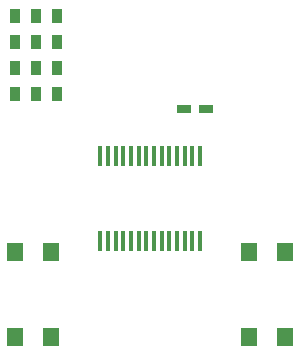
<source format=gbr>
G04 #@! TF.GenerationSoftware,KiCad,Pcbnew,(5.0.0)*
G04 #@! TF.CreationDate,2018-12-19T13:36:55-06:00*
G04 #@! TF.ProjectId,ESP-01_Flasher_Hardware,4553502D30315F466C61736865725F48,rev?*
G04 #@! TF.SameCoordinates,Original*
G04 #@! TF.FileFunction,Paste,Top*
G04 #@! TF.FilePolarity,Positive*
%FSLAX46Y46*%
G04 Gerber Fmt 4.6, Leading zero omitted, Abs format (unit mm)*
G04 Created by KiCad (PCBNEW (5.0.0)) date 12/19/18 13:36:55*
%MOMM*%
%LPD*%
G01*
G04 APERTURE LIST*
%ADD10R,0.900000X1.200000*%
%ADD11R,1.200000X0.750000*%
%ADD12R,1.400000X1.600000*%
%ADD13R,0.450000X1.750000*%
G04 APERTURE END LIST*
D10*
G04 #@! TO.C,D3*
X103886000Y-67310000D03*
X103886000Y-65110000D03*
G04 #@! TD*
D11*
G04 #@! TO.C,C1*
X118176000Y-68580000D03*
X120076000Y-68580000D03*
G04 #@! TD*
D10*
G04 #@! TO.C,D1*
X107442000Y-67310000D03*
X107442000Y-65110000D03*
G04 #@! TD*
G04 #@! TO.C,D2*
X105664000Y-65110000D03*
X105664000Y-67310000D03*
G04 #@! TD*
G04 #@! TO.C,R1*
X107442000Y-60706000D03*
X107442000Y-62906000D03*
G04 #@! TD*
G04 #@! TO.C,R2*
X105664000Y-62906000D03*
X105664000Y-60706000D03*
G04 #@! TD*
G04 #@! TO.C,R3*
X103886000Y-60706000D03*
X103886000Y-62906000D03*
G04 #@! TD*
D12*
G04 #@! TO.C,SW1*
X123722000Y-80728000D03*
X123722000Y-87928000D03*
X126722000Y-80728000D03*
X126722000Y-87928000D03*
G04 #@! TD*
G04 #@! TO.C,SW2*
X103910000Y-80728000D03*
X103910000Y-87928000D03*
X106910000Y-80728000D03*
X106910000Y-87928000D03*
G04 #@! TD*
D13*
G04 #@! TO.C,U2*
X111091000Y-79800000D03*
X111741000Y-79800000D03*
X112391000Y-79800000D03*
X113041000Y-79800000D03*
X113691000Y-79800000D03*
X114341000Y-79800000D03*
X114991000Y-79800000D03*
X115641000Y-79800000D03*
X116291000Y-79800000D03*
X116941000Y-79800000D03*
X117591000Y-79800000D03*
X118241000Y-79800000D03*
X118891000Y-79800000D03*
X119541000Y-79800000D03*
X119541000Y-72600000D03*
X118891000Y-72600000D03*
X118241000Y-72600000D03*
X117591000Y-72600000D03*
X116941000Y-72600000D03*
X116291000Y-72600000D03*
X115641000Y-72600000D03*
X114991000Y-72600000D03*
X114341000Y-72600000D03*
X113691000Y-72600000D03*
X113041000Y-72600000D03*
X112391000Y-72600000D03*
X111741000Y-72600000D03*
X111091000Y-72600000D03*
G04 #@! TD*
M02*

</source>
